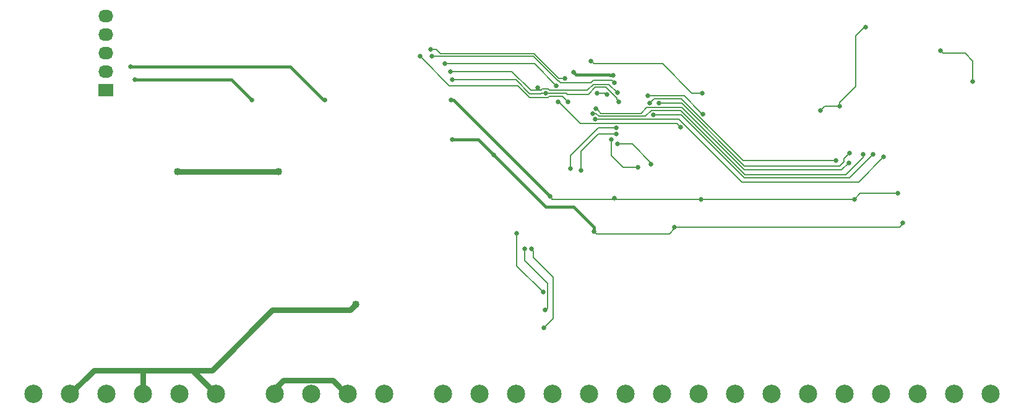
<source format=gbl>
G04 #@! TF.FileFunction,Copper,L2,Bot,Signal*
%FSLAX46Y46*%
G04 Gerber Fmt 4.6, Leading zero omitted, Abs format (unit mm)*
G04 Created by KiCad (PCBNEW (2015-11-11 BZR 6310)-product) date Mon 12 Sep 2016 09:25:39 AM CDT*
%MOMM*%
G01*
G04 APERTURE LIST*
%ADD10C,0.100000*%
%ADD11R,2.032000X1.727200*%
%ADD12O,2.032000X1.727200*%
%ADD13C,2.500000*%
%ADD14C,0.635000*%
%ADD15C,1.016000*%
%ADD16C,0.381000*%
%ADD17C,0.762000*%
%ADD18C,0.203200*%
G04 APERTURE END LIST*
D10*
D11*
X93400000Y-56820000D03*
D12*
X93400000Y-54280000D03*
X93400000Y-51740000D03*
X93400000Y-49200000D03*
X93400000Y-46660000D03*
D13*
X184500000Y-98500000D03*
X189500000Y-98500000D03*
X194500000Y-98500000D03*
X199500000Y-98500000D03*
X204500000Y-98500000D03*
X209500000Y-98500000D03*
X214500000Y-98500000D03*
X179500000Y-98500000D03*
X144500000Y-98500000D03*
X149500000Y-98500000D03*
X154500000Y-98500000D03*
X159500000Y-98500000D03*
X164500000Y-98500000D03*
X169500000Y-98500000D03*
X174500000Y-98500000D03*
X139500000Y-98500000D03*
X121500000Y-98500000D03*
X116500000Y-98500000D03*
X131500000Y-98500000D03*
X126500000Y-98500000D03*
X88500000Y-98500000D03*
X83500000Y-98500000D03*
X98500000Y-98500000D03*
X93500000Y-98500000D03*
X108500000Y-98500000D03*
X103500000Y-98500000D03*
D14*
X146500000Y-65700000D03*
D15*
X117000000Y-68000000D03*
X103200000Y-68000000D03*
D14*
X123400000Y-58200000D03*
X96800000Y-53600000D03*
X162800000Y-54800000D03*
X140800000Y-63600000D03*
X157400000Y-54400000D03*
X202400000Y-75000000D03*
X171200000Y-75600000D03*
X160200000Y-76200000D03*
X212000000Y-55600000D03*
X207631354Y-51439817D03*
X197358000Y-48200000D03*
X193800000Y-59000000D03*
X191200000Y-59600000D03*
X160400000Y-60800000D03*
X199800000Y-66000000D03*
X161977914Y-57422086D03*
X160600000Y-57200000D03*
X168332368Y-60203080D03*
X198400000Y-65600000D03*
X197000000Y-65600000D03*
X160000000Y-60000000D03*
X169057338Y-58628247D03*
X195177914Y-65422086D03*
X160450867Y-59323700D03*
X195073197Y-66770975D03*
X193323626Y-66479454D03*
X167800000Y-58600000D03*
X175082727Y-60144405D03*
X167600000Y-57600000D03*
X168000000Y-67000000D03*
X163400000Y-64200000D03*
X162600000Y-63600000D03*
X166233200Y-67400000D03*
X163200000Y-62806635D03*
X158400000Y-67800000D03*
X163200000Y-61993822D03*
X157000000Y-67600000D03*
X136400000Y-52200000D03*
X156600000Y-58400000D03*
X138000000Y-52200000D03*
X163000000Y-55800000D03*
X137800000Y-51200000D03*
X156200000Y-55200000D03*
X113400000Y-58200000D03*
X97400000Y-55400000D03*
X201800000Y-71000000D03*
X140600000Y-58200000D03*
X159800000Y-52800000D03*
X175000000Y-57200000D03*
X154200000Y-71400000D03*
X163000000Y-71600000D03*
X174800000Y-71800000D03*
X195800000Y-71800000D03*
D15*
X127600000Y-86200000D03*
D14*
X149622069Y-76500000D03*
X153220579Y-84529421D03*
X139809034Y-53196920D03*
X155044137Y-56212580D03*
X150694093Y-78538265D03*
X153500000Y-87000000D03*
X152500000Y-56500000D03*
X140543745Y-54255402D03*
X163422086Y-57177914D03*
X153600000Y-57218989D03*
X151600000Y-78600000D03*
X153350000Y-89400000D03*
X140822086Y-55377914D03*
X163600000Y-58400000D03*
X155312862Y-58390525D03*
X172015731Y-61859902D03*
D16*
X153600000Y-72800000D02*
X146500000Y-65700000D01*
X146500000Y-65700000D02*
X144400000Y-63600000D01*
D17*
X103200000Y-68000000D02*
X117000000Y-68000000D01*
D16*
X118600000Y-53600000D02*
X123200000Y-58200000D01*
X123200000Y-58200000D02*
X123400000Y-58200000D01*
X96800000Y-53600000D02*
X118600000Y-53600000D01*
X162317499Y-54717499D02*
X162400000Y-54800000D01*
X162400000Y-54800000D02*
X162800000Y-54800000D01*
X157400000Y-54400000D02*
X157717499Y-54717499D01*
X157717499Y-54717499D02*
X162317499Y-54717499D01*
X144400000Y-63600000D02*
X140800000Y-63600000D01*
X157400000Y-72800000D02*
X153600000Y-72800000D01*
X160200000Y-75600000D02*
X157400000Y-72800000D01*
X160200000Y-76200000D02*
X160200000Y-75600000D01*
D18*
X202000000Y-75600000D02*
X202400000Y-75200000D01*
X202400000Y-75200000D02*
X202400000Y-75000000D01*
X171200000Y-75600000D02*
X202000000Y-75600000D01*
X170482501Y-76517499D02*
X171200000Y-75800000D01*
X171200000Y-75800000D02*
X171200000Y-75600000D01*
X160200000Y-76200000D02*
X160517499Y-76517499D01*
X160517499Y-76517499D02*
X170482501Y-76517499D01*
D17*
X117672234Y-96620000D02*
X124440000Y-96620000D01*
X124440000Y-96620000D02*
X126940000Y-99120000D01*
X116940000Y-97352234D02*
X117672234Y-96620000D01*
D18*
X212000000Y-52800000D02*
X212000000Y-55600000D01*
X210957316Y-51757316D02*
X212000000Y-52800000D01*
X207631354Y-51439817D02*
X207948853Y-51757316D01*
X207948853Y-51757316D02*
X210957316Y-51757316D01*
X197200000Y-48200000D02*
X197358000Y-48200000D01*
X196000000Y-49400000D02*
X197200000Y-48200000D01*
X196000000Y-56350988D02*
X196000000Y-49400000D01*
X193800000Y-59000000D02*
X193800000Y-58550988D01*
X193800000Y-58550988D02*
X196000000Y-56350988D01*
X191800000Y-59000000D02*
X193800000Y-59000000D01*
X191200000Y-59600000D02*
X191800000Y-59000000D01*
X160849012Y-60800000D02*
X160400000Y-60800000D01*
X171800000Y-60800000D02*
X160849012Y-60800000D01*
X180400000Y-69400000D02*
X171800000Y-60800000D01*
X199800000Y-66000000D02*
X196400000Y-69400000D01*
X196400000Y-69400000D02*
X180400000Y-69400000D01*
X161755828Y-57200000D02*
X161977914Y-57422086D01*
X160600000Y-57200000D02*
X161755828Y-57200000D01*
X198400000Y-65600000D02*
X195200000Y-68800000D01*
X195200000Y-68800000D02*
X180738830Y-68800000D01*
X180738830Y-68800000D02*
X172127911Y-60189081D01*
X172127911Y-60189081D02*
X168346367Y-60189081D01*
X168346367Y-60189081D02*
X168332368Y-60203080D01*
X160000000Y-60000000D02*
X160483416Y-60000000D01*
X160483416Y-60000000D02*
X160883416Y-60400000D01*
X168045854Y-59606178D02*
X172083838Y-59606178D01*
X172083838Y-59606178D02*
X180877660Y-68400000D01*
X160883416Y-60400000D02*
X167252032Y-60400000D01*
X197000000Y-66049012D02*
X197000000Y-65600000D01*
X167252032Y-60400000D02*
X168045854Y-59606178D01*
X180877660Y-68400000D02*
X194649012Y-68400000D01*
X194649012Y-68400000D02*
X197000000Y-66049012D01*
X195177914Y-65422086D02*
X194357876Y-66242124D01*
X194357876Y-66242124D02*
X194357876Y-66642124D01*
X194357876Y-66642124D02*
X193800000Y-67200000D01*
X193800000Y-67200000D02*
X180755320Y-67200000D01*
X180755320Y-67200000D02*
X172183567Y-58628247D01*
X172183567Y-58628247D02*
X169506350Y-58628247D01*
X169506350Y-58628247D02*
X169057338Y-58628247D01*
X195073197Y-66770975D02*
X194063161Y-67781011D01*
X166585245Y-59996902D02*
X161124069Y-59996902D01*
X194063161Y-67781011D02*
X180797501Y-67781011D01*
X167356980Y-59225167D02*
X166585245Y-59996902D01*
X180797501Y-67781011D02*
X172241657Y-59225167D01*
X172241657Y-59225167D02*
X167356980Y-59225167D01*
X161124069Y-59996902D02*
X160768366Y-59641199D01*
X160768366Y-59641199D02*
X160450867Y-59323700D01*
X167800000Y-58600000D02*
X168368654Y-58031346D01*
X168368654Y-58031346D02*
X172125496Y-58031346D01*
X172125496Y-58031346D02*
X180573604Y-66479454D01*
X180573604Y-66479454D02*
X192874614Y-66479454D01*
X192874614Y-66479454D02*
X193323626Y-66479454D01*
X167600000Y-57600000D02*
X172538322Y-57600000D01*
X174765228Y-59826906D02*
X175082727Y-60144405D01*
X172538322Y-57600000D02*
X174765228Y-59826906D01*
X165400000Y-64200000D02*
X168000000Y-66800000D01*
X168000000Y-66800000D02*
X168000000Y-67000000D01*
X163400000Y-64200000D02*
X165400000Y-64200000D01*
X162600000Y-65800000D02*
X162600000Y-63600000D01*
X164200000Y-67400000D02*
X162600000Y-65800000D01*
X166233200Y-67400000D02*
X164200000Y-67400000D01*
X160793365Y-62806635D02*
X162750988Y-62806635D01*
X158400000Y-67800000D02*
X158400000Y-65200000D01*
X162750988Y-62806635D02*
X163200000Y-62806635D01*
X158400000Y-65200000D02*
X160793365Y-62806635D01*
X162750988Y-61993822D02*
X163200000Y-61993822D01*
X160806178Y-61993822D02*
X162750988Y-61993822D01*
X157000000Y-67600000D02*
X157000000Y-65800000D01*
X157000000Y-65800000D02*
X160806178Y-61993822D01*
X149800000Y-56200000D02*
X140400000Y-56200000D01*
X151415890Y-57815890D02*
X149800000Y-56200000D01*
X154033991Y-57668412D02*
X153886513Y-57815890D01*
X155868412Y-57668412D02*
X154033991Y-57668412D01*
X156600000Y-58400000D02*
X155868412Y-57668412D01*
X140400000Y-56200000D02*
X136717499Y-52517499D01*
X136717499Y-52517499D02*
X136400000Y-52200000D01*
X153886513Y-57815890D02*
X151415890Y-57815890D01*
X151861170Y-52200000D02*
X138449012Y-52200000D01*
X155381011Y-55581011D02*
X155242181Y-55581011D01*
X155600000Y-55800000D02*
X155381011Y-55581011D01*
X155242181Y-55581011D02*
X151861170Y-52200000D01*
X159800000Y-55800000D02*
X155600000Y-55800000D01*
X138449012Y-52200000D02*
X138000000Y-52200000D01*
X160117499Y-55482501D02*
X159800000Y-55800000D01*
X162682501Y-55482501D02*
X160117499Y-55482501D01*
X163000000Y-55800000D02*
X162682501Y-55482501D01*
X138600000Y-51200000D02*
X137800000Y-51200000D01*
X139200000Y-51800000D02*
X138600000Y-51200000D01*
X152000000Y-51800000D02*
X139200000Y-51800000D01*
X155400000Y-55200000D02*
X152000000Y-51800000D01*
X156200000Y-55200000D02*
X155400000Y-55200000D01*
D16*
X110600000Y-55400000D02*
X113400000Y-58200000D01*
X97400000Y-55400000D02*
X110600000Y-55400000D01*
D18*
X201800000Y-71000000D02*
X196600000Y-71000000D01*
X196600000Y-71000000D02*
X195800000Y-71800000D01*
D16*
X141000000Y-58200000D02*
X140600000Y-58200000D01*
X154200000Y-71400000D02*
X141000000Y-58200000D01*
D18*
X160200000Y-53200000D02*
X159800000Y-52800000D01*
X169600000Y-53200000D02*
X160200000Y-53200000D01*
X173600000Y-57200000D02*
X169600000Y-53200000D01*
X175000000Y-57200000D02*
X173600000Y-57200000D01*
X154400000Y-71800000D02*
X154400000Y-71600000D01*
X154400000Y-71600000D02*
X154200000Y-71400000D01*
X163600000Y-71800000D02*
X163200000Y-71800000D01*
X174800000Y-71800000D02*
X163600000Y-71800000D01*
X163600000Y-71800000D02*
X154400000Y-71800000D01*
X163200000Y-71800000D02*
X163000000Y-71600000D01*
X175200000Y-71800000D02*
X174800000Y-71800000D01*
X195800000Y-71800000D02*
X175200000Y-71800000D01*
D17*
X126400000Y-87000000D02*
X126800000Y-87000000D01*
X126800000Y-87000000D02*
X127600000Y-86200000D01*
X116200000Y-87000000D02*
X126400000Y-87000000D01*
X107960000Y-95240000D02*
X116200000Y-87000000D01*
X105240000Y-95240000D02*
X107960000Y-95240000D01*
X105240000Y-95240000D02*
X106800000Y-96800000D01*
X106800000Y-96800000D02*
X108500000Y-98500000D01*
X91760000Y-95240000D02*
X98380000Y-95240000D01*
X98380000Y-95240000D02*
X105240000Y-95240000D01*
X98500000Y-98500000D02*
X98500000Y-95360000D01*
X98500000Y-95360000D02*
X98380000Y-95240000D01*
X88500000Y-98500000D02*
X91760000Y-95240000D01*
D18*
X149622069Y-80930911D02*
X149622069Y-76949012D01*
X149622069Y-76949012D02*
X149622069Y-76500000D01*
X153220579Y-84529421D02*
X149622069Y-80930911D01*
X140258046Y-53196920D02*
X139809034Y-53196920D01*
X152028477Y-53196920D02*
X140258046Y-53196920D01*
X155044137Y-56212580D02*
X152028477Y-53196920D01*
X163422086Y-57177914D02*
X162263161Y-56018989D01*
X162263161Y-56018989D02*
X160119841Y-56018989D01*
X160119841Y-56018989D02*
X159300852Y-56837978D01*
X159300852Y-56837978D02*
X154102403Y-56837978D01*
X153886513Y-56622088D02*
X153093052Y-56622088D01*
X153093052Y-56622088D02*
X153000000Y-56715140D01*
X154102403Y-56837978D02*
X153886513Y-56622088D01*
X153000000Y-56715140D02*
X153000000Y-56837978D01*
X150694093Y-80194093D02*
X150694093Y-78987277D01*
X153817499Y-83317499D02*
X150694093Y-80194093D01*
X150694093Y-78987277D02*
X150694093Y-78538265D01*
X153817499Y-86682501D02*
X153817499Y-83317499D01*
X153500000Y-87000000D02*
X153817499Y-86682501D01*
X152837978Y-56837978D02*
X153000000Y-56837978D01*
X153000000Y-56837978D02*
X151515638Y-56837978D01*
X152500000Y-56500000D02*
X152837978Y-56837978D01*
X140992757Y-54255402D02*
X140543745Y-54255402D01*
X148933062Y-54255402D02*
X140992757Y-54255402D01*
X151515638Y-56837978D02*
X148933062Y-54255402D01*
X151900000Y-79800000D02*
X151900000Y-78900000D01*
X151900000Y-78900000D02*
X151600000Y-78600000D01*
X154600000Y-82500000D02*
X151900000Y-79800000D01*
X154600000Y-88150000D02*
X154600000Y-82500000D01*
X153350000Y-89400000D02*
X154600000Y-88150000D01*
X152877953Y-57287401D02*
X151426231Y-57287401D01*
X163600000Y-58400000D02*
X163282501Y-58082501D01*
X156587842Y-57400000D02*
X156406831Y-57218989D01*
X141271098Y-55377914D02*
X140822086Y-55377914D01*
X149516744Y-55377914D02*
X141271098Y-55377914D01*
X163282501Y-57882501D02*
X161800000Y-56400000D01*
X152946365Y-57218989D02*
X152877953Y-57287401D01*
X156406831Y-57218989D02*
X152946365Y-57218989D01*
X159400000Y-57400000D02*
X156587842Y-57400000D01*
X160400000Y-56400000D02*
X159400000Y-57400000D01*
X161800000Y-56400000D02*
X160400000Y-56400000D01*
X163282501Y-58082501D02*
X163282501Y-57882501D01*
X151426231Y-57287401D02*
X149516744Y-55377914D01*
X172015731Y-61859902D02*
X171552731Y-61396902D01*
X171552731Y-61396902D02*
X158319239Y-61396902D01*
X158319239Y-61396902D02*
X155630361Y-58708024D01*
X155630361Y-58708024D02*
X155312862Y-58390525D01*
M02*

</source>
